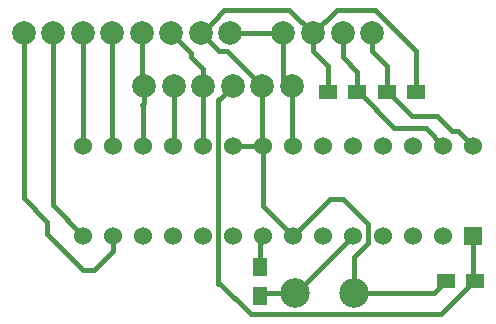
<source format=gbr>
G04 #@! TF.GenerationSoftware,KiCad,Pcbnew,5.1.2-f72e74a~84~ubuntu18.04.1*
G04 #@! TF.CreationDate,2019-05-02T14:33:04+08:00*
G04 #@! TF.ProjectId,epaper,65706170-6572-42e6-9b69-6361645f7063,rev?*
G04 #@! TF.SameCoordinates,Original*
G04 #@! TF.FileFunction,Copper,L1,Top*
G04 #@! TF.FilePolarity,Positive*
%FSLAX46Y46*%
G04 Gerber Fmt 4.6, Leading zero omitted, Abs format (unit mm)*
G04 Created by KiCad (PCBNEW 5.1.2-f72e74a~84~ubuntu18.04.1) date 2019-05-02 14:33:04*
%MOMM*%
%LPD*%
G04 APERTURE LIST*
%ADD10R,1.500000X1.250000*%
%ADD11C,2.500000*%
%ADD12C,2.000000*%
%ADD13R,1.250000X1.500000*%
%ADD14R,1.524000X1.524000*%
%ADD15C,1.524000*%
%ADD16C,0.400000*%
G04 APERTURE END LIST*
D10*
X115750000Y-68000000D03*
X118250000Y-68000000D03*
D11*
X108000000Y-85000000D03*
X113000000Y-85000000D03*
D12*
X107700000Y-67450000D03*
X105200000Y-67450000D03*
X102700000Y-67450000D03*
X100200000Y-67450000D03*
X97700000Y-67450000D03*
X95200000Y-67450000D03*
X85000000Y-63000000D03*
X87500000Y-63000000D03*
X90000000Y-63000000D03*
X92500000Y-63000000D03*
X95000000Y-63000000D03*
X97500000Y-63000000D03*
X100000000Y-63000000D03*
X102500000Y-63000000D03*
X107000000Y-63000000D03*
X109500000Y-63000000D03*
X112000000Y-63000000D03*
X114500000Y-63000000D03*
D10*
X120750000Y-84000000D03*
X123250000Y-84000000D03*
X110750000Y-68000000D03*
X113250000Y-68000000D03*
D13*
X105000000Y-85250000D03*
X105000000Y-82750000D03*
D14*
X123070000Y-80120000D03*
D15*
X120530000Y-80120000D03*
X117990000Y-80120000D03*
X115450000Y-80120000D03*
X112910000Y-80120000D03*
X110370000Y-80120000D03*
X107830000Y-80120000D03*
X105290000Y-80120000D03*
X102750000Y-80120000D03*
X100210000Y-80120000D03*
X97670000Y-80120000D03*
X95130000Y-80120000D03*
X92590000Y-80120000D03*
X90050000Y-80120000D03*
X90050000Y-72500000D03*
X92590000Y-72500000D03*
X95130000Y-72500000D03*
X97670000Y-72500000D03*
X100210000Y-72500000D03*
X102750000Y-72500000D03*
X105290000Y-72500000D03*
X107830000Y-72500000D03*
X110370000Y-72500000D03*
X112910000Y-72500000D03*
X115450000Y-72500000D03*
X117990000Y-72500000D03*
X120530000Y-72500000D03*
X123070000Y-72500000D03*
D16*
X102500000Y-63000000D02*
X107000000Y-63000000D01*
X107000000Y-66750000D02*
X107700000Y-67450000D01*
X107000000Y-63000000D02*
X107000000Y-66750000D01*
X107700000Y-72370000D02*
X107830000Y-72500000D01*
X107700000Y-67450000D02*
X107700000Y-72370000D01*
X105000000Y-80410000D02*
X105290000Y-80120000D01*
X105000000Y-82750000D02*
X105000000Y-80410000D01*
X104200001Y-66450001D02*
X105200000Y-67450000D01*
X102250001Y-64500001D02*
X104200001Y-66450001D01*
X101500001Y-64500001D02*
X102250001Y-64500001D01*
X100000000Y-63000000D02*
X101500001Y-64500001D01*
X100999999Y-62000001D02*
X100000000Y-63000000D01*
X102000000Y-61000000D02*
X100999999Y-62000001D01*
X107500000Y-61000000D02*
X102000000Y-61000000D01*
X109500000Y-63000000D02*
X107500000Y-61000000D01*
X105200000Y-72410000D02*
X105290000Y-72500000D01*
X105200000Y-67450000D02*
X105200000Y-72410000D01*
X105290000Y-72500000D02*
X102750000Y-72500000D01*
X105290000Y-77580000D02*
X107830000Y-80120000D01*
X105290000Y-72500000D02*
X105290000Y-77580000D01*
X119750000Y-85000000D02*
X120750000Y-84000000D01*
X113000000Y-85000000D02*
X119750000Y-85000000D01*
X114172001Y-80725761D02*
X114172001Y-79172001D01*
X113000000Y-85000000D02*
X113000000Y-81897762D01*
X113000000Y-81897762D02*
X114172001Y-80725761D01*
X114172001Y-79172001D02*
X112000000Y-77000000D01*
X110950000Y-77000000D02*
X107830000Y-80120000D01*
X112000000Y-77000000D02*
X110950000Y-77000000D01*
X118250000Y-64529998D02*
X114720002Y-61000000D01*
X118250000Y-68000000D02*
X118250000Y-64529998D01*
X111500000Y-61000000D02*
X109500000Y-63000000D01*
X114720002Y-61000000D02*
X111500000Y-61000000D01*
X109500000Y-63000000D02*
X109500000Y-64500000D01*
X110750000Y-65750000D02*
X110750000Y-68000000D01*
X109500000Y-64500000D02*
X110750000Y-65750000D01*
X123070000Y-83820000D02*
X123250000Y-84000000D01*
X123070000Y-80120000D02*
X123070000Y-83820000D01*
X101700001Y-68449999D02*
X102700000Y-67450000D01*
X101487999Y-68662001D02*
X101700001Y-68449999D01*
X123070000Y-80120000D02*
X123070000Y-83955002D01*
X104224999Y-86750001D02*
X101487999Y-84013001D01*
X120374999Y-86750001D02*
X104224999Y-86750001D01*
X101487999Y-84013001D02*
X101487999Y-83487999D01*
X123125000Y-84000000D02*
X120374999Y-86750001D01*
X123250000Y-84000000D02*
X123125000Y-84000000D01*
X101487999Y-84208001D02*
X101487999Y-83487999D01*
X101487999Y-83487999D02*
X101487999Y-68662001D01*
X100200000Y-72490000D02*
X100210000Y-72500000D01*
X100200000Y-67450000D02*
X100200000Y-72490000D01*
X100200000Y-66035787D02*
X99164213Y-65000000D01*
X100200000Y-67450000D02*
X100200000Y-66035787D01*
X99164213Y-64664213D02*
X97500000Y-63000000D01*
X99164213Y-65000000D02*
X99164213Y-64664213D01*
X97700000Y-72470000D02*
X97670000Y-72500000D01*
X97700000Y-67450000D02*
X97700000Y-72470000D01*
X95000000Y-67250000D02*
X95200000Y-67450000D01*
X95000000Y-63000000D02*
X95000000Y-67250000D01*
X95200000Y-68864213D02*
X95000000Y-69064213D01*
X95200000Y-67450000D02*
X95200000Y-68864213D01*
X95130000Y-69194213D02*
X95130000Y-72500000D01*
X95000000Y-69064213D02*
X95130000Y-69194213D01*
X85000000Y-76937762D02*
X87000000Y-78937762D01*
X85000000Y-63000000D02*
X85000000Y-76937762D01*
X87000000Y-78937762D02*
X87000000Y-80000000D01*
X87000000Y-80000000D02*
X90000000Y-83000000D01*
X90000000Y-83000000D02*
X91000000Y-83000000D01*
X92590000Y-81410000D02*
X92590000Y-80120000D01*
X91000000Y-83000000D02*
X92590000Y-81410000D01*
X87500000Y-77570000D02*
X90050000Y-80120000D01*
X87500000Y-63000000D02*
X87500000Y-77570000D01*
X90000000Y-72450000D02*
X90050000Y-72500000D01*
X90000000Y-63000000D02*
X90000000Y-72450000D01*
X92500000Y-72410000D02*
X92590000Y-72500000D01*
X92500000Y-63000000D02*
X92500000Y-72410000D01*
X112000000Y-63000000D02*
X112000000Y-65000000D01*
X113250000Y-66250000D02*
X113250000Y-68000000D01*
X112000000Y-65000000D02*
X113250000Y-66250000D01*
X120530000Y-72500000D02*
X119030000Y-71000000D01*
X116375000Y-71000000D02*
X113375000Y-68000000D01*
X113375000Y-68000000D02*
X113250000Y-68000000D01*
X119030000Y-71000000D02*
X116375000Y-71000000D01*
X123070000Y-72445000D02*
X123070000Y-72500000D01*
X114500000Y-63000000D02*
X114500000Y-64500000D01*
X115750000Y-65750000D02*
X115750000Y-68000000D01*
X114500000Y-64500000D02*
X115750000Y-65750000D01*
X117875000Y-70000000D02*
X115875000Y-68000000D01*
X121237999Y-71237999D02*
X120000000Y-70000000D01*
X115875000Y-68000000D02*
X115750000Y-68000000D01*
X120000000Y-70000000D02*
X117875000Y-70000000D01*
X121807999Y-71237999D02*
X121237999Y-71237999D01*
X123070000Y-72500000D02*
X121807999Y-71237999D01*
X108030000Y-85000000D02*
X108000000Y-85000000D01*
X112910000Y-80120000D02*
X108030000Y-85000000D01*
X105250000Y-85000000D02*
X105000000Y-85250000D01*
X108000000Y-85000000D02*
X105250000Y-85000000D01*
M02*

</source>
